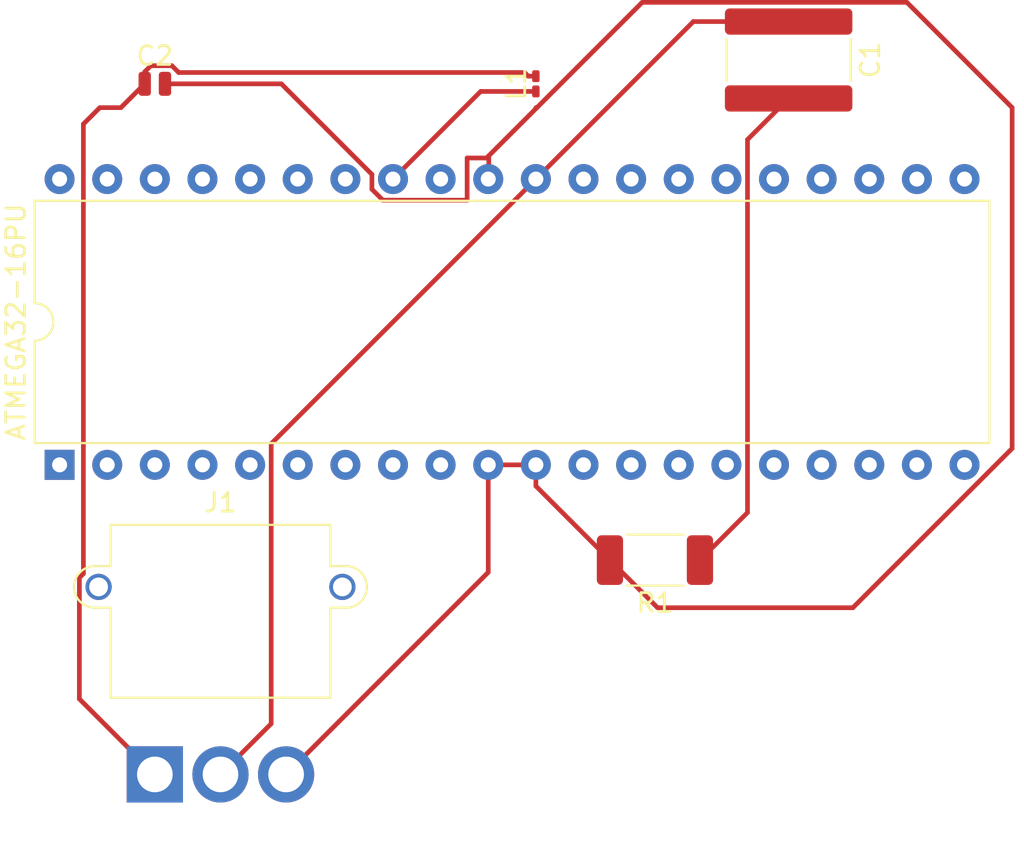
<source format=kicad_pcb>
(kicad_pcb (version 20171130) (host pcbnew "(5.1.9)-1")

  (general
    (thickness 1.6)
    (drawings 0)
    (tracks 48)
    (zones 0)
    (modules 6)
    (nets 41)
  )

  (page A4)
  (layers
    (0 F.Cu signal)
    (31 B.Cu signal)
    (32 B.Adhes user)
    (33 F.Adhes user)
    (34 B.Paste user)
    (35 F.Paste user)
    (36 B.SilkS user)
    (37 F.SilkS user)
    (38 B.Mask user)
    (39 F.Mask user)
    (40 Dwgs.User user)
    (41 Cmts.User user)
    (42 Eco1.User user)
    (43 Eco2.User user)
    (44 Edge.Cuts user)
    (45 Margin user)
    (46 B.CrtYd user)
    (47 F.CrtYd user)
    (48 B.Fab user)
    (49 F.Fab user)
  )

  (setup
    (last_trace_width 0.25)
    (trace_clearance 0.2)
    (zone_clearance 0.508)
    (zone_45_only no)
    (trace_min 0.2)
    (via_size 0.8)
    (via_drill 0.4)
    (via_min_size 0.4)
    (via_min_drill 0.3)
    (uvia_size 0.3)
    (uvia_drill 0.1)
    (uvias_allowed no)
    (uvia_min_size 0.2)
    (uvia_min_drill 0.1)
    (edge_width 0.05)
    (segment_width 0.2)
    (pcb_text_width 0.3)
    (pcb_text_size 1.5 1.5)
    (mod_edge_width 0.12)
    (mod_text_size 1 1)
    (mod_text_width 0.15)
    (pad_size 1.524 1.524)
    (pad_drill 0.762)
    (pad_to_mask_clearance 0)
    (aux_axis_origin 0 0)
    (visible_elements FFFFFF7F)
    (pcbplotparams
      (layerselection 0x010fc_ffffffff)
      (usegerberextensions false)
      (usegerberattributes true)
      (usegerberadvancedattributes true)
      (creategerberjobfile true)
      (excludeedgelayer true)
      (linewidth 0.100000)
      (plotframeref false)
      (viasonmask false)
      (mode 1)
      (useauxorigin false)
      (hpglpennumber 1)
      (hpglpenspeed 20)
      (hpglpendiameter 15.000000)
      (psnegative false)
      (psa4output false)
      (plotreference true)
      (plotvalue true)
      (plotinvisibletext false)
      (padsonsilk false)
      (subtractmaskfromsilk false)
      (outputformat 1)
      (mirror false)
      (drillshape 1)
      (scaleselection 1)
      (outputdirectory ""))
  )

  (net 0 "")
  (net 1 GND)
  (net 2 "Net-(C1-Pad2)")
  (net 3 "Net-(C2-Pad1)")
  (net 4 VCC)
  (net 5 "Net-(L1-Pad1)")
  (net 6 "Net-(U1-Pad1)")
  (net 7 "Net-(U1-Pad21)")
  (net 8 "Net-(U1-Pad2)")
  (net 9 "Net-(U1-Pad22)")
  (net 10 "Net-(U1-Pad3)")
  (net 11 "Net-(U1-Pad23)")
  (net 12 "Net-(U1-Pad4)")
  (net 13 "Net-(U1-Pad24)")
  (net 14 "Net-(U1-Pad5)")
  (net 15 "Net-(U1-Pad25)")
  (net 16 "Net-(U1-Pad6)")
  (net 17 "Net-(U1-Pad26)")
  (net 18 "Net-(U1-Pad7)")
  (net 19 "Net-(U1-Pad27)")
  (net 20 "Net-(U1-Pad8)")
  (net 21 "Net-(U1-Pad28)")
  (net 22 "Net-(U1-Pad9)")
  (net 23 "Net-(U1-Pad29)")
  (net 24 "Net-(U1-Pad12)")
  (net 25 "Net-(U1-Pad32)")
  (net 26 "Net-(U1-Pad13)")
  (net 27 "Net-(U1-Pad14)")
  (net 28 "Net-(U1-Pad34)")
  (net 29 "Net-(U1-Pad15)")
  (net 30 "Net-(U1-Pad35)")
  (net 31 "Net-(U1-Pad16)")
  (net 32 "Net-(U1-Pad36)")
  (net 33 "Net-(U1-Pad17)")
  (net 34 "Net-(U1-Pad37)")
  (net 35 "Net-(U1-Pad18)")
  (net 36 "Net-(U1-Pad38)")
  (net 37 "Net-(U1-Pad19)")
  (net 38 "Net-(U1-Pad39)")
  (net 39 "Net-(U1-Pad20)")
  (net 40 "Net-(U1-Pad40)")

  (net_class Default "This is the default net class."
    (clearance 0.2)
    (trace_width 0.25)
    (via_dia 0.8)
    (via_drill 0.4)
    (uvia_dia 0.3)
    (uvia_drill 0.1)
    (add_net GND)
    (add_net "Net-(C1-Pad2)")
    (add_net "Net-(C2-Pad1)")
    (add_net "Net-(L1-Pad1)")
    (add_net "Net-(U1-Pad1)")
    (add_net "Net-(U1-Pad12)")
    (add_net "Net-(U1-Pad13)")
    (add_net "Net-(U1-Pad14)")
    (add_net "Net-(U1-Pad15)")
    (add_net "Net-(U1-Pad16)")
    (add_net "Net-(U1-Pad17)")
    (add_net "Net-(U1-Pad18)")
    (add_net "Net-(U1-Pad19)")
    (add_net "Net-(U1-Pad2)")
    (add_net "Net-(U1-Pad20)")
    (add_net "Net-(U1-Pad21)")
    (add_net "Net-(U1-Pad22)")
    (add_net "Net-(U1-Pad23)")
    (add_net "Net-(U1-Pad24)")
    (add_net "Net-(U1-Pad25)")
    (add_net "Net-(U1-Pad26)")
    (add_net "Net-(U1-Pad27)")
    (add_net "Net-(U1-Pad28)")
    (add_net "Net-(U1-Pad29)")
    (add_net "Net-(U1-Pad3)")
    (add_net "Net-(U1-Pad32)")
    (add_net "Net-(U1-Pad34)")
    (add_net "Net-(U1-Pad35)")
    (add_net "Net-(U1-Pad36)")
    (add_net "Net-(U1-Pad37)")
    (add_net "Net-(U1-Pad38)")
    (add_net "Net-(U1-Pad39)")
    (add_net "Net-(U1-Pad4)")
    (add_net "Net-(U1-Pad40)")
    (add_net "Net-(U1-Pad5)")
    (add_net "Net-(U1-Pad6)")
    (add_net "Net-(U1-Pad7)")
    (add_net "Net-(U1-Pad8)")
    (add_net "Net-(U1-Pad9)")
    (add_net VCC)
  )

  (module Capacitor_SMD:C_1825_4564Metric (layer F.Cu) (tedit 5F68FEEE) (tstamp 607B3F92)
    (at 146.83 34.29 270)
    (descr "Capacitor SMD 1825 (4564 Metric), square (rectangular) end terminal, IPC_7351 nominal, (Body size from: IPC-SM-782 page 76, https://www.pcb-3d.com/wordpress/wp-content/uploads/ipc-sm-782a_amendment_1_and_2.pdf), generated with kicad-footprint-generator")
    (tags capacitor)
    (path /607AC70B)
    (attr smd)
    (fp_text reference C1 (at 0 -4.35 90) (layer F.SilkS)
      (effects (font (size 1 1) (thickness 0.15)))
    )
    (fp_text value C (at 0 4.35 90) (layer F.Fab)
      (effects (font (size 1 1) (thickness 0.15)))
    )
    (fp_line (start 3 3.65) (end -3 3.65) (layer F.CrtYd) (width 0.05))
    (fp_line (start 3 -3.65) (end 3 3.65) (layer F.CrtYd) (width 0.05))
    (fp_line (start -3 -3.65) (end 3 -3.65) (layer F.CrtYd) (width 0.05))
    (fp_line (start -3 3.65) (end -3 -3.65) (layer F.CrtYd) (width 0.05))
    (fp_line (start -1.115748 3.31) (end 1.115748 3.31) (layer F.SilkS) (width 0.12))
    (fp_line (start -1.115748 -3.31) (end 1.115748 -3.31) (layer F.SilkS) (width 0.12))
    (fp_line (start 2.25 3.2) (end -2.25 3.2) (layer F.Fab) (width 0.1))
    (fp_line (start 2.25 -3.2) (end 2.25 3.2) (layer F.Fab) (width 0.1))
    (fp_line (start -2.25 -3.2) (end 2.25 -3.2) (layer F.Fab) (width 0.1))
    (fp_line (start -2.25 3.2) (end -2.25 -3.2) (layer F.Fab) (width 0.1))
    (fp_text user %R (at 0 0 90) (layer F.Fab)
      (effects (font (size 1 1) (thickness 0.15)))
    )
    (pad 1 smd roundrect (at -2.05 0 270) (size 1.4 6.8) (layers F.Cu F.Paste F.Mask) (roundrect_rratio 0.178571)
      (net 1 GND))
    (pad 2 smd roundrect (at 2.05 0 270) (size 1.4 6.8) (layers F.Cu F.Paste F.Mask) (roundrect_rratio 0.178571)
      (net 2 "Net-(C1-Pad2)"))
    (model ${KISYS3DMOD}/Capacitor_SMD.3dshapes/C_1825_4564Metric.wrl
      (at (xyz 0 0 0))
      (scale (xyz 1 1 1))
      (rotate (xyz 0 0 0))
    )
  )

  (module Capacitor_SMD:C_0504_1310Metric (layer F.Cu) (tedit 5F68FEEE) (tstamp 607B3FA1)
    (at 113.03 35.56)
    (descr "Capacitor SMD 0504 (1310 Metric), square (rectangular) end terminal, IPC_7351 nominal, (Body size source: IPC-SM-782 page 76, https://www.pcb-3d.com/wordpress/wp-content/uploads/ipc-sm-782a_amendment_1_and_2.pdf), generated with kicad-footprint-generator")
    (tags capacitor)
    (path /607B0089)
    (attr smd)
    (fp_text reference C2 (at 0 -1.49) (layer F.SilkS)
      (effects (font (size 1 1) (thickness 0.15)))
    )
    (fp_text value C (at 0 1.49) (layer F.Fab)
      (effects (font (size 1 1) (thickness 0.15)))
    )
    (fp_line (start 1.02 0.79) (end -1.02 0.79) (layer F.CrtYd) (width 0.05))
    (fp_line (start 1.02 -0.79) (end 1.02 0.79) (layer F.CrtYd) (width 0.05))
    (fp_line (start -1.02 -0.79) (end 1.02 -0.79) (layer F.CrtYd) (width 0.05))
    (fp_line (start -1.02 0.79) (end -1.02 -0.79) (layer F.CrtYd) (width 0.05))
    (fp_line (start 0.585 0.51) (end -0.585 0.51) (layer F.Fab) (width 0.1))
    (fp_line (start 0.585 -0.51) (end 0.585 0.51) (layer F.Fab) (width 0.1))
    (fp_line (start -0.585 -0.51) (end 0.585 -0.51) (layer F.Fab) (width 0.1))
    (fp_line (start -0.585 0.51) (end -0.585 -0.51) (layer F.Fab) (width 0.1))
    (fp_text user %R (at 0 0) (layer F.Fab)
      (effects (font (size 0.29 0.29) (thickness 0.04)))
    )
    (pad 1 smd roundrect (at -0.54 0) (size 0.66 1.28) (layers F.Cu F.Paste F.Mask) (roundrect_rratio 0.25)
      (net 3 "Net-(C2-Pad1)"))
    (pad 2 smd roundrect (at 0.54 0) (size 0.66 1.28) (layers F.Cu F.Paste F.Mask) (roundrect_rratio 0.25)
      (net 4 VCC))
    (model ${KISYS3DMOD}/Capacitor_SMD.3dshapes/C_0504_1310Metric.wrl
      (at (xyz 0 0 0))
      (scale (xyz 1 1 1))
      (rotate (xyz 0 0 0))
    )
  )

  (module Connector_AMASS:AMASS_MR30PW-M_1x03_P3.50mm_Horizontal (layer F.Cu) (tedit 5CA7562E) (tstamp 607B3FC8)
    (at 113.03 72.39)
    (descr "Connector XT30 Horizontal PCB Male, https://www.tme.eu/en/Document/5e47640ba39fa492dbd4c0f4c8ae7b93/MR30PW%20SPEC.pdf")
    (tags "RC Connector XT30")
    (path /607AC118)
    (fp_text reference J1 (at 3.5 -14.5) (layer F.SilkS)
      (effects (font (size 1 1) (thickness 0.15)))
    )
    (fp_text value "WATER LEVELE SENSOR" (at 3.5 3.2) (layer F.Fab)
      (effects (font (size 1 1) (thickness 0.15)))
    )
    (fp_line (start 1.75 -13.2) (end 1.75 -4.2) (layer F.Fab) (width 0.1))
    (fp_line (start -4.7 2) (end 11.7 2) (layer F.CrtYd) (width 0.05))
    (fp_line (start 11.7 -13.7) (end 11.7 2) (layer F.CrtYd) (width 0.05))
    (fp_line (start -4.7 -13.7) (end -4.7 2) (layer F.CrtYd) (width 0.05))
    (fp_line (start -4.7 -13.7) (end 11.7 -13.7) (layer F.CrtYd) (width 0.05))
    (fp_line (start -2.36 -13.31) (end -2.36 -11.11) (layer F.SilkS) (width 0.12))
    (fp_line (start 9.36 -8.89) (end 10.2 -8.89) (layer F.SilkS) (width 0.12))
    (fp_line (start 9.36 -11.11) (end 10.2 -11.11) (layer F.SilkS) (width 0.12))
    (fp_line (start -3.2 -11.11) (end -2.36 -11.11) (layer F.SilkS) (width 0.12))
    (fp_line (start -3.2 -8.89) (end -2.36 -8.89) (layer F.SilkS) (width 0.12))
    (fp_line (start 9.25 -9) (end 9.25 -4.2) (layer F.Fab) (width 0.1))
    (fp_line (start -2.25 -9) (end -2.25 -4.2) (layer F.Fab) (width 0.1))
    (fp_line (start 9.25 -9) (end 10.2 -9) (layer F.Fab) (width 0.1))
    (fp_line (start -3.2 -9) (end -2.25 -9) (layer F.Fab) (width 0.1))
    (fp_line (start -3.2 -11) (end -2.25 -11) (layer F.Fab) (width 0.1))
    (fp_line (start 9.25 -11) (end 10.2 -11) (layer F.Fab) (width 0.1))
    (fp_line (start -2.36 -8.89) (end -2.36 -4.09) (layer F.SilkS) (width 0.12))
    (fp_line (start 9.36 -13.31) (end 9.36 -11.11) (layer F.SilkS) (width 0.12))
    (fp_line (start 9.36 -8.89) (end 9.36 -4.09) (layer F.SilkS) (width 0.12))
    (fp_line (start -2.36 -4.09) (end 9.36 -4.09) (layer F.SilkS) (width 0.12))
    (fp_line (start -2.36 -13.31) (end 9.36 -13.31) (layer F.SilkS) (width 0.12))
    (fp_line (start -2.25 -13.2) (end 9.25 -13.2) (layer F.Fab) (width 0.1))
    (fp_line (start -2.25 -4.2) (end 9.25 -4.2) (layer F.Fab) (width 0.1))
    (fp_line (start 9.25 -13.2) (end 9.25 -11) (layer F.Fab) (width 0.1))
    (fp_line (start -2.25 -13.2) (end -2.25 -11) (layer F.Fab) (width 0.1))
    (fp_text user %R (at 3.5 -2.7) (layer F.Fab)
      (effects (font (size 1 1) (thickness 0.15)))
    )
    (fp_arc (start -3.2 -10) (end -3.2 -9) (angle 180) (layer F.Fab) (width 0.1))
    (fp_arc (start 10.2 -10) (end 10.2 -11) (angle 180) (layer F.Fab) (width 0.1))
    (fp_arc (start 10.2 -10) (end 10.2 -11.11) (angle 180) (layer F.SilkS) (width 0.12))
    (fp_arc (start -3.2 -10) (end -3.2 -8.89) (angle 180) (layer F.SilkS) (width 0.12))
    (pad "" thru_hole circle (at -3 -10) (size 1.4 1.4) (drill 1) (layers *.Cu *.Mask))
    (pad "" thru_hole circle (at 10 -10) (size 1.4 1.4) (drill 1) (layers *.Cu *.Mask))
    (pad 1 thru_hole rect (at 0 0) (size 3 3) (drill 1.9) (layers *.Cu *.Mask)
      (net 3 "Net-(C2-Pad1)"))
    (pad 2 thru_hole circle (at 3.5 0) (size 3 3) (drill 1.9) (layers *.Cu *.Mask)
      (net 1 GND))
    (pad 3 thru_hole circle (at 7 0) (size 3 3) (drill 1.9) (layers *.Cu *.Mask)
      (net 4 VCC))
    (model ${KISYS3DMOD}/Connector_AMASS.3dshapes/AMASS_MR30PW-M_1x03_P3.50mm_Horizontal.wrl
      (at (xyz 0 0 0))
      (scale (xyz 1 1 1))
      (rotate (xyz 0 0 0))
    )
  )

  (module Inductor_SMD:L_0201_0603Metric_Pad0.64x0.40mm_HandSolder (layer F.Cu) (tedit 5F6BBB3E) (tstamp 607B3FD9)
    (at 133.35 35.56 90)
    (descr "Inductor SMD 0201 (0603 Metric), square (rectangular) end terminal, IPC_7351 nominal with elongated pad for handsoldering. (Body size source: https://www.vishay.com/docs/20052/crcw0201e3.pdf), generated with kicad-footprint-generator")
    (tags "inductor handsolder")
    (path /607AD003)
    (attr smd)
    (fp_text reference L1 (at 0 -1.05 90) (layer F.SilkS)
      (effects (font (size 1 1) (thickness 0.15)))
    )
    (fp_text value L (at 0 1.05 90) (layer F.Fab)
      (effects (font (size 1 1) (thickness 0.15)))
    )
    (fp_line (start 0.88 0.35) (end -0.88 0.35) (layer F.CrtYd) (width 0.05))
    (fp_line (start 0.88 -0.35) (end 0.88 0.35) (layer F.CrtYd) (width 0.05))
    (fp_line (start -0.88 -0.35) (end 0.88 -0.35) (layer F.CrtYd) (width 0.05))
    (fp_line (start -0.88 0.35) (end -0.88 -0.35) (layer F.CrtYd) (width 0.05))
    (fp_line (start 0.3 0.15) (end -0.3 0.15) (layer F.Fab) (width 0.1))
    (fp_line (start 0.3 -0.15) (end 0.3 0.15) (layer F.Fab) (width 0.1))
    (fp_line (start -0.3 -0.15) (end 0.3 -0.15) (layer F.Fab) (width 0.1))
    (fp_line (start -0.3 0.15) (end -0.3 -0.15) (layer F.Fab) (width 0.1))
    (fp_text user %R (at 0 -0.68 90) (layer F.Fab)
      (effects (font (size 0.25 0.25) (thickness 0.04)))
    )
    (pad "" smd roundrect (at -0.4325 0 90) (size 0.458 0.36) (layers F.Paste) (roundrect_rratio 0.25))
    (pad "" smd roundrect (at 0.4325 0 90) (size 0.458 0.36) (layers F.Paste) (roundrect_rratio 0.25))
    (pad 1 smd roundrect (at -0.4075 0 90) (size 0.635 0.4) (layers F.Cu F.Mask) (roundrect_rratio 0.25)
      (net 5 "Net-(L1-Pad1)"))
    (pad 2 smd roundrect (at 0.4075 0 90) (size 0.635 0.4) (layers F.Cu F.Mask) (roundrect_rratio 0.25)
      (net 3 "Net-(C2-Pad1)"))
    (model ${KISYS3DMOD}/Inductor_SMD.3dshapes/L_0201_0603Metric.wrl
      (at (xyz 0 0 0))
      (scale (xyz 1 1 1))
      (rotate (xyz 0 0 0))
    )
  )

  (module Resistor_SMD:R_2010_5025Metric_Pad1.40x2.65mm_HandSolder (layer F.Cu) (tedit 5F68FEEE) (tstamp 607B3FEA)
    (at 139.7 60.96 180)
    (descr "Resistor SMD 2010 (5025 Metric), square (rectangular) end terminal, IPC_7351 nominal with elongated pad for handsoldering. (Body size source: IPC-SM-782 page 72, https://www.pcb-3d.com/wordpress/wp-content/uploads/ipc-sm-782a_amendment_1_and_2.pdf), generated with kicad-footprint-generator")
    (tags "resistor handsolder")
    (path /607B1133)
    (attr smd)
    (fp_text reference R1 (at 0 -2.28) (layer F.SilkS)
      (effects (font (size 1 1) (thickness 0.15)))
    )
    (fp_text value R (at 0 2.28) (layer F.Fab)
      (effects (font (size 1 1) (thickness 0.15)))
    )
    (fp_line (start 3.35 1.58) (end -3.35 1.58) (layer F.CrtYd) (width 0.05))
    (fp_line (start 3.35 -1.58) (end 3.35 1.58) (layer F.CrtYd) (width 0.05))
    (fp_line (start -3.35 -1.58) (end 3.35 -1.58) (layer F.CrtYd) (width 0.05))
    (fp_line (start -3.35 1.58) (end -3.35 -1.58) (layer F.CrtYd) (width 0.05))
    (fp_line (start -1.527064 1.36) (end 1.527064 1.36) (layer F.SilkS) (width 0.12))
    (fp_line (start -1.527064 -1.36) (end 1.527064 -1.36) (layer F.SilkS) (width 0.12))
    (fp_line (start 2.5 1.25) (end -2.5 1.25) (layer F.Fab) (width 0.1))
    (fp_line (start 2.5 -1.25) (end 2.5 1.25) (layer F.Fab) (width 0.1))
    (fp_line (start -2.5 -1.25) (end 2.5 -1.25) (layer F.Fab) (width 0.1))
    (fp_line (start -2.5 1.25) (end -2.5 -1.25) (layer F.Fab) (width 0.1))
    (fp_text user %R (at 0 0) (layer F.Fab)
      (effects (font (size 1 1) (thickness 0.15)))
    )
    (pad 1 smd roundrect (at -2.4 0 180) (size 1.4 2.65) (layers F.Cu F.Paste F.Mask) (roundrect_rratio 0.178571)
      (net 2 "Net-(C1-Pad2)"))
    (pad 2 smd roundrect (at 2.4 0 180) (size 1.4 2.65) (layers F.Cu F.Paste F.Mask) (roundrect_rratio 0.178571)
      (net 4 VCC))
    (model ${KISYS3DMOD}/Resistor_SMD.3dshapes/R_2010_5025Metric.wrl
      (at (xyz 0 0 0))
      (scale (xyz 1 1 1))
      (rotate (xyz 0 0 0))
    )
  )

  (module Package_DIP:DIP-40_W15.24mm (layer F.Cu) (tedit 5A02E8C5) (tstamp 607B4026)
    (at 107.95 55.88 90)
    (descr "40-lead though-hole mounted DIP package, row spacing 15.24 mm (600 mils)")
    (tags "THT DIP DIL PDIP 2.54mm 15.24mm 600mil")
    (path /607AE677)
    (fp_text reference ATMEGA32-16PU (at 7.62 -2.33 90) (layer F.SilkS)
      (effects (font (size 1 1) (thickness 0.15)))
    )
    (fp_text value ATmega32-16PU (at 7.62 50.59 90) (layer F.Fab)
      (effects (font (size 1 1) (thickness 0.15)))
    )
    (fp_line (start 16.3 -1.55) (end -1.05 -1.55) (layer F.CrtYd) (width 0.05))
    (fp_line (start 16.3 49.8) (end 16.3 -1.55) (layer F.CrtYd) (width 0.05))
    (fp_line (start -1.05 49.8) (end 16.3 49.8) (layer F.CrtYd) (width 0.05))
    (fp_line (start -1.05 -1.55) (end -1.05 49.8) (layer F.CrtYd) (width 0.05))
    (fp_line (start 14.08 -1.33) (end 8.62 -1.33) (layer F.SilkS) (width 0.12))
    (fp_line (start 14.08 49.59) (end 14.08 -1.33) (layer F.SilkS) (width 0.12))
    (fp_line (start 1.16 49.59) (end 14.08 49.59) (layer F.SilkS) (width 0.12))
    (fp_line (start 1.16 -1.33) (end 1.16 49.59) (layer F.SilkS) (width 0.12))
    (fp_line (start 6.62 -1.33) (end 1.16 -1.33) (layer F.SilkS) (width 0.12))
    (fp_line (start 0.255 -0.27) (end 1.255 -1.27) (layer F.Fab) (width 0.1))
    (fp_line (start 0.255 49.53) (end 0.255 -0.27) (layer F.Fab) (width 0.1))
    (fp_line (start 14.985 49.53) (end 0.255 49.53) (layer F.Fab) (width 0.1))
    (fp_line (start 14.985 -1.27) (end 14.985 49.53) (layer F.Fab) (width 0.1))
    (fp_line (start 1.255 -1.27) (end 14.985 -1.27) (layer F.Fab) (width 0.1))
    (fp_arc (start 7.62 -1.33) (end 6.62 -1.33) (angle -180) (layer F.SilkS) (width 0.12))
    (fp_text user %R (at 7.62 24.13 90) (layer F.Fab)
      (effects (font (size 1 1) (thickness 0.15)))
    )
    (pad 1 thru_hole rect (at 0 0 90) (size 1.6 1.6) (drill 0.8) (layers *.Cu *.Mask)
      (net 6 "Net-(U1-Pad1)"))
    (pad 21 thru_hole oval (at 15.24 48.26 90) (size 1.6 1.6) (drill 0.8) (layers *.Cu *.Mask)
      (net 7 "Net-(U1-Pad21)"))
    (pad 2 thru_hole oval (at 0 2.54 90) (size 1.6 1.6) (drill 0.8) (layers *.Cu *.Mask)
      (net 8 "Net-(U1-Pad2)"))
    (pad 22 thru_hole oval (at 15.24 45.72 90) (size 1.6 1.6) (drill 0.8) (layers *.Cu *.Mask)
      (net 9 "Net-(U1-Pad22)"))
    (pad 3 thru_hole oval (at 0 5.08 90) (size 1.6 1.6) (drill 0.8) (layers *.Cu *.Mask)
      (net 10 "Net-(U1-Pad3)"))
    (pad 23 thru_hole oval (at 15.24 43.18 90) (size 1.6 1.6) (drill 0.8) (layers *.Cu *.Mask)
      (net 11 "Net-(U1-Pad23)"))
    (pad 4 thru_hole oval (at 0 7.62 90) (size 1.6 1.6) (drill 0.8) (layers *.Cu *.Mask)
      (net 12 "Net-(U1-Pad4)"))
    (pad 24 thru_hole oval (at 15.24 40.64 90) (size 1.6 1.6) (drill 0.8) (layers *.Cu *.Mask)
      (net 13 "Net-(U1-Pad24)"))
    (pad 5 thru_hole oval (at 0 10.16 90) (size 1.6 1.6) (drill 0.8) (layers *.Cu *.Mask)
      (net 14 "Net-(U1-Pad5)"))
    (pad 25 thru_hole oval (at 15.24 38.1 90) (size 1.6 1.6) (drill 0.8) (layers *.Cu *.Mask)
      (net 15 "Net-(U1-Pad25)"))
    (pad 6 thru_hole oval (at 0 12.7 90) (size 1.6 1.6) (drill 0.8) (layers *.Cu *.Mask)
      (net 16 "Net-(U1-Pad6)"))
    (pad 26 thru_hole oval (at 15.24 35.56 90) (size 1.6 1.6) (drill 0.8) (layers *.Cu *.Mask)
      (net 17 "Net-(U1-Pad26)"))
    (pad 7 thru_hole oval (at 0 15.24 90) (size 1.6 1.6) (drill 0.8) (layers *.Cu *.Mask)
      (net 18 "Net-(U1-Pad7)"))
    (pad 27 thru_hole oval (at 15.24 33.02 90) (size 1.6 1.6) (drill 0.8) (layers *.Cu *.Mask)
      (net 19 "Net-(U1-Pad27)"))
    (pad 8 thru_hole oval (at 0 17.78 90) (size 1.6 1.6) (drill 0.8) (layers *.Cu *.Mask)
      (net 20 "Net-(U1-Pad8)"))
    (pad 28 thru_hole oval (at 15.24 30.48 90) (size 1.6 1.6) (drill 0.8) (layers *.Cu *.Mask)
      (net 21 "Net-(U1-Pad28)"))
    (pad 9 thru_hole oval (at 0 20.32 90) (size 1.6 1.6) (drill 0.8) (layers *.Cu *.Mask)
      (net 22 "Net-(U1-Pad9)"))
    (pad 29 thru_hole oval (at 15.24 27.94 90) (size 1.6 1.6) (drill 0.8) (layers *.Cu *.Mask)
      (net 23 "Net-(U1-Pad29)"))
    (pad 10 thru_hole oval (at 0 22.86 90) (size 1.6 1.6) (drill 0.8) (layers *.Cu *.Mask)
      (net 4 VCC))
    (pad 30 thru_hole oval (at 15.24 25.4 90) (size 1.6 1.6) (drill 0.8) (layers *.Cu *.Mask)
      (net 1 GND))
    (pad 11 thru_hole oval (at 0 25.4 90) (size 1.6 1.6) (drill 0.8) (layers *.Cu *.Mask)
      (net 4 VCC))
    (pad 31 thru_hole oval (at 15.24 22.86 90) (size 1.6 1.6) (drill 0.8) (layers *.Cu *.Mask)
      (net 4 VCC))
    (pad 12 thru_hole oval (at 0 27.94 90) (size 1.6 1.6) (drill 0.8) (layers *.Cu *.Mask)
      (net 24 "Net-(U1-Pad12)"))
    (pad 32 thru_hole oval (at 15.24 20.32 90) (size 1.6 1.6) (drill 0.8) (layers *.Cu *.Mask)
      (net 25 "Net-(U1-Pad32)"))
    (pad 13 thru_hole oval (at 0 30.48 90) (size 1.6 1.6) (drill 0.8) (layers *.Cu *.Mask)
      (net 26 "Net-(U1-Pad13)"))
    (pad 33 thru_hole oval (at 15.24 17.78 90) (size 1.6 1.6) (drill 0.8) (layers *.Cu *.Mask)
      (net 5 "Net-(L1-Pad1)"))
    (pad 14 thru_hole oval (at 0 33.02 90) (size 1.6 1.6) (drill 0.8) (layers *.Cu *.Mask)
      (net 27 "Net-(U1-Pad14)"))
    (pad 34 thru_hole oval (at 15.24 15.24 90) (size 1.6 1.6) (drill 0.8) (layers *.Cu *.Mask)
      (net 28 "Net-(U1-Pad34)"))
    (pad 15 thru_hole oval (at 0 35.56 90) (size 1.6 1.6) (drill 0.8) (layers *.Cu *.Mask)
      (net 29 "Net-(U1-Pad15)"))
    (pad 35 thru_hole oval (at 15.24 12.7 90) (size 1.6 1.6) (drill 0.8) (layers *.Cu *.Mask)
      (net 30 "Net-(U1-Pad35)"))
    (pad 16 thru_hole oval (at 0 38.1 90) (size 1.6 1.6) (drill 0.8) (layers *.Cu *.Mask)
      (net 31 "Net-(U1-Pad16)"))
    (pad 36 thru_hole oval (at 15.24 10.16 90) (size 1.6 1.6) (drill 0.8) (layers *.Cu *.Mask)
      (net 32 "Net-(U1-Pad36)"))
    (pad 17 thru_hole oval (at 0 40.64 90) (size 1.6 1.6) (drill 0.8) (layers *.Cu *.Mask)
      (net 33 "Net-(U1-Pad17)"))
    (pad 37 thru_hole oval (at 15.24 7.62 90) (size 1.6 1.6) (drill 0.8) (layers *.Cu *.Mask)
      (net 34 "Net-(U1-Pad37)"))
    (pad 18 thru_hole oval (at 0 43.18 90) (size 1.6 1.6) (drill 0.8) (layers *.Cu *.Mask)
      (net 35 "Net-(U1-Pad18)"))
    (pad 38 thru_hole oval (at 15.24 5.08 90) (size 1.6 1.6) (drill 0.8) (layers *.Cu *.Mask)
      (net 36 "Net-(U1-Pad38)"))
    (pad 19 thru_hole oval (at 0 45.72 90) (size 1.6 1.6) (drill 0.8) (layers *.Cu *.Mask)
      (net 37 "Net-(U1-Pad19)"))
    (pad 39 thru_hole oval (at 15.24 2.54 90) (size 1.6 1.6) (drill 0.8) (layers *.Cu *.Mask)
      (net 38 "Net-(U1-Pad39)"))
    (pad 20 thru_hole oval (at 0 48.26 90) (size 1.6 1.6) (drill 0.8) (layers *.Cu *.Mask)
      (net 39 "Net-(U1-Pad20)"))
    (pad 40 thru_hole oval (at 15.24 0 90) (size 1.6 1.6) (drill 0.8) (layers *.Cu *.Mask)
      (net 40 "Net-(U1-Pad40)"))
    (model ${KISYS3DMOD}/Package_DIP.3dshapes/DIP-40_W15.24mm.wrl
      (at (xyz 0 0 0))
      (scale (xyz 1 1 1))
      (rotate (xyz 0 0 0))
    )
  )

  (segment (start 141.75 32.24) (end 133.35 40.64) (width 0.25) (layer F.Cu) (net 1))
  (segment (start 146.83 32.24) (end 141.75 32.24) (width 0.25) (layer F.Cu) (net 1))
  (segment (start 119.235001 69.684999) (end 116.53 72.39) (width 0.25) (layer F.Cu) (net 1))
  (segment (start 119.235001 54.754999) (end 119.235001 69.684999) (width 0.25) (layer F.Cu) (net 1))
  (segment (start 133.35 40.64) (end 119.235001 54.754999) (width 0.25) (layer F.Cu) (net 1))
  (segment (start 144.635001 58.424999) (end 142.1 60.96) (width 0.25) (layer F.Cu) (net 2))
  (segment (start 144.635001 38.534999) (end 144.635001 58.424999) (width 0.25) (layer F.Cu) (net 2))
  (segment (start 146.83 36.34) (end 144.635001 38.534999) (width 0.25) (layer F.Cu) (net 2))
  (segment (start 112.49 35.56) (end 111.22 36.83) (width 0.25) (layer F.Cu) (net 3))
  (segment (start 109.22 61.682998) (end 109.004999 61.897999) (width 0.25) (layer F.Cu) (net 3))
  (segment (start 109.22 37.704998) (end 109.22 61.682998) (width 0.25) (layer F.Cu) (net 3))
  (segment (start 110.094998 36.83) (end 109.22 37.704998) (width 0.25) (layer F.Cu) (net 3))
  (segment (start 109.004999 68.364999) (end 113.03 72.39) (width 0.25) (layer F.Cu) (net 3))
  (segment (start 109.004999 61.897999) (end 109.004999 68.364999) (width 0.25) (layer F.Cu) (net 3))
  (segment (start 111.22 36.83) (end 110.094998 36.83) (width 0.25) (layer F.Cu) (net 3))
  (segment (start 113.93797 34.59499) (end 114.3 34.95702) (width 0.25) (layer F.Cu) (net 3))
  (segment (start 112.81501 34.59499) (end 113.93797 34.59499) (width 0.25) (layer F.Cu) (net 3))
  (segment (start 112.49 34.92) (end 112.81501 34.59499) (width 0.25) (layer F.Cu) (net 3))
  (segment (start 112.49 35.56) (end 112.49 34.92) (width 0.25) (layer F.Cu) (net 3))
  (segment (start 132.9425 35.1525) (end 133.35 35.1525) (width 0.25) (layer F.Cu) (net 3))
  (segment (start 132.74702 34.95702) (end 132.9425 35.1525) (width 0.25) (layer F.Cu) (net 3))
  (segment (start 114.3 34.95702) (end 132.74702 34.95702) (width 0.25) (layer F.Cu) (net 3))
  (segment (start 125.189999 41.765001) (end 129.684999 41.765001) (width 0.25) (layer F.Cu) (net 4))
  (segment (start 124.604999 41.180001) (end 125.189999 41.765001) (width 0.25) (layer F.Cu) (net 4))
  (segment (start 124.604999 40.389997) (end 124.604999 41.180001) (width 0.25) (layer F.Cu) (net 4))
  (segment (start 119.775002 35.56) (end 124.604999 40.389997) (width 0.25) (layer F.Cu) (net 4))
  (segment (start 113.57 35.56) (end 119.775002 35.56) (width 0.25) (layer F.Cu) (net 4))
  (segment (start 129.684999 41.765001) (end 129.684999 39.514999) (width 0.25) (layer F.Cu) (net 4))
  (segment (start 139.021068 31.21499) (end 153.13499 31.21499) (width 0.25) (layer F.Cu) (net 4))
  (segment (start 153.13499 31.21499) (end 158.75 36.83) (width 0.25) (layer F.Cu) (net 4))
  (segment (start 158.75 55.005002) (end 150.255002 63.5) (width 0.25) (layer F.Cu) (net 4))
  (segment (start 158.75 36.83) (end 158.75 55.005002) (width 0.25) (layer F.Cu) (net 4))
  (segment (start 139.84 63.5) (end 137.3 60.96) (width 0.25) (layer F.Cu) (net 4))
  (segment (start 150.255002 63.5) (end 139.84 63.5) (width 0.25) (layer F.Cu) (net 4))
  (segment (start 133.35 57.01) (end 133.35 55.88) (width 0.25) (layer F.Cu) (net 4))
  (segment (start 137.3 60.96) (end 133.35 57.01) (width 0.25) (layer F.Cu) (net 4))
  (segment (start 130.81 61.61) (end 120.03 72.39) (width 0.25) (layer F.Cu) (net 4))
  (segment (start 130.81 55.88) (end 130.81 61.61) (width 0.25) (layer F.Cu) (net 4))
  (segment (start 133.378029 36.858029) (end 133.35 36.83) (width 0.25) (layer F.Cu) (net 4))
  (segment (start 133.378029 36.858029) (end 139.021068 31.21499) (width 0.25) (layer F.Cu) (net 4))
  (segment (start 130.81 55.88) (end 133.35 55.88) (width 0.25) (layer F.Cu) (net 4))
  (segment (start 130.721059 39.514999) (end 130.838029 39.398029) (width 0.25) (layer F.Cu) (net 4))
  (segment (start 129.684999 39.514999) (end 130.721059 39.514999) (width 0.25) (layer F.Cu) (net 4))
  (segment (start 130.838029 39.398029) (end 133.378029 36.858029) (width 0.25) (layer F.Cu) (net 4))
  (segment (start 130.838029 40.611971) (end 130.81 40.64) (width 0.25) (layer F.Cu) (net 4))
  (segment (start 130.838029 39.398029) (end 130.838029 40.611971) (width 0.25) (layer F.Cu) (net 4))
  (segment (start 130.4025 35.9675) (end 133.35 35.9675) (width 0.25) (layer F.Cu) (net 5))
  (segment (start 125.73 40.64) (end 130.4025 35.9675) (width 0.25) (layer F.Cu) (net 5))

)

</source>
